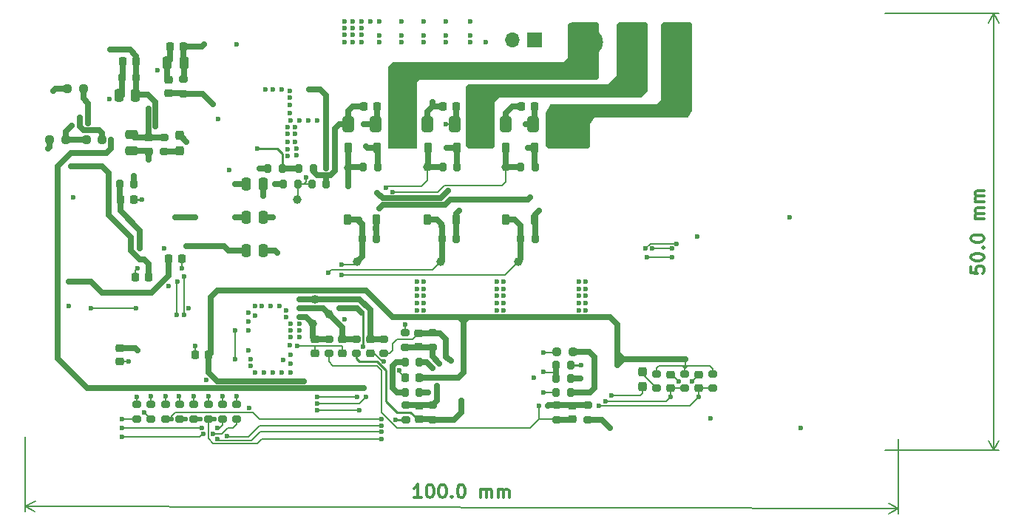
<source format=gbr>
%TF.GenerationSoftware,KiCad,Pcbnew,8.0.3-rc1*%
%TF.CreationDate,2024-06-29T16:34:31+08:00*%
%TF.ProjectId,MC_G431C8,4d435f47-3433-4314-9338-2e6b69636164,rev?*%
%TF.SameCoordinates,Original*%
%TF.FileFunction,Copper,L4,Bot*%
%TF.FilePolarity,Positive*%
%FSLAX46Y46*%
G04 Gerber Fmt 4.6, Leading zero omitted, Abs format (unit mm)*
G04 Created by KiCad (PCBNEW 8.0.3-rc1) date 2024-06-29 16:34:31*
%MOMM*%
%LPD*%
G01*
G04 APERTURE LIST*
G04 Aperture macros list*
%AMRoundRect*
0 Rectangle with rounded corners*
0 $1 Rounding radius*
0 $2 $3 $4 $5 $6 $7 $8 $9 X,Y pos of 4 corners*
0 Add a 4 corners polygon primitive as box body*
4,1,4,$2,$3,$4,$5,$6,$7,$8,$9,$2,$3,0*
0 Add four circle primitives for the rounded corners*
1,1,$1+$1,$2,$3*
1,1,$1+$1,$4,$5*
1,1,$1+$1,$6,$7*
1,1,$1+$1,$8,$9*
0 Add four rect primitives between the rounded corners*
20,1,$1+$1,$2,$3,$4,$5,0*
20,1,$1+$1,$4,$5,$6,$7,0*
20,1,$1+$1,$6,$7,$8,$9,0*
20,1,$1+$1,$8,$9,$2,$3,0*%
G04 Aperture macros list end*
%ADD10C,0.300000*%
%TA.AperFunction,NonConductor*%
%ADD11C,0.300000*%
%TD*%
%TA.AperFunction,NonConductor*%
%ADD12C,0.200000*%
%TD*%
%TA.AperFunction,ComponentPad*%
%ADD13R,3.000000X3.000000*%
%TD*%
%TA.AperFunction,ComponentPad*%
%ADD14C,3.000000*%
%TD*%
%TA.AperFunction,ComponentPad*%
%ADD15R,1.700000X1.700000*%
%TD*%
%TA.AperFunction,ComponentPad*%
%ADD16O,1.700000X1.700000*%
%TD*%
%TA.AperFunction,SMDPad,CuDef*%
%ADD17C,1.000000*%
%TD*%
%TA.AperFunction,SMDPad,CuDef*%
%ADD18RoundRect,0.200000X0.275000X-0.200000X0.275000X0.200000X-0.275000X0.200000X-0.275000X-0.200000X0*%
%TD*%
%TA.AperFunction,SMDPad,CuDef*%
%ADD19RoundRect,0.225000X0.250000X-0.225000X0.250000X0.225000X-0.250000X0.225000X-0.250000X-0.225000X0*%
%TD*%
%TA.AperFunction,SMDPad,CuDef*%
%ADD20RoundRect,0.250000X-0.475000X0.250000X-0.475000X-0.250000X0.475000X-0.250000X0.475000X0.250000X0*%
%TD*%
%TA.AperFunction,SMDPad,CuDef*%
%ADD21RoundRect,0.250000X0.250000X0.475000X-0.250000X0.475000X-0.250000X-0.475000X0.250000X-0.475000X0*%
%TD*%
%TA.AperFunction,SMDPad,CuDef*%
%ADD22RoundRect,0.200000X-0.275000X0.200000X-0.275000X-0.200000X0.275000X-0.200000X0.275000X0.200000X0*%
%TD*%
%TA.AperFunction,SMDPad,CuDef*%
%ADD23RoundRect,0.225000X-0.225000X-0.250000X0.225000X-0.250000X0.225000X0.250000X-0.225000X0.250000X0*%
%TD*%
%TA.AperFunction,SMDPad,CuDef*%
%ADD24RoundRect,0.200000X0.200000X0.275000X-0.200000X0.275000X-0.200000X-0.275000X0.200000X-0.275000X0*%
%TD*%
%TA.AperFunction,SMDPad,CuDef*%
%ADD25RoundRect,0.250000X-0.412500X-0.650000X0.412500X-0.650000X0.412500X0.650000X-0.412500X0.650000X0*%
%TD*%
%TA.AperFunction,SMDPad,CuDef*%
%ADD26RoundRect,0.225000X-0.225000X-0.375000X0.225000X-0.375000X0.225000X0.375000X-0.225000X0.375000X0*%
%TD*%
%TA.AperFunction,SMDPad,CuDef*%
%ADD27RoundRect,0.237500X-0.250000X-0.237500X0.250000X-0.237500X0.250000X0.237500X-0.250000X0.237500X0*%
%TD*%
%TA.AperFunction,SMDPad,CuDef*%
%ADD28RoundRect,0.225000X-0.250000X0.225000X-0.250000X-0.225000X0.250000X-0.225000X0.250000X0.225000X0*%
%TD*%
%TA.AperFunction,SMDPad,CuDef*%
%ADD29RoundRect,0.225000X0.225000X0.250000X-0.225000X0.250000X-0.225000X-0.250000X0.225000X-0.250000X0*%
%TD*%
%TA.AperFunction,SMDPad,CuDef*%
%ADD30RoundRect,0.237500X0.237500X-0.287500X0.237500X0.287500X-0.237500X0.287500X-0.237500X-0.287500X0*%
%TD*%
%TA.AperFunction,SMDPad,CuDef*%
%ADD31RoundRect,0.200000X-0.200000X-0.275000X0.200000X-0.275000X0.200000X0.275000X-0.200000X0.275000X0*%
%TD*%
%TA.AperFunction,SMDPad,CuDef*%
%ADD32RoundRect,0.237500X0.250000X0.237500X-0.250000X0.237500X-0.250000X-0.237500X0.250000X-0.237500X0*%
%TD*%
%TA.AperFunction,SMDPad,CuDef*%
%ADD33RoundRect,0.237500X-0.237500X0.287500X-0.237500X-0.287500X0.237500X-0.287500X0.237500X0.287500X0*%
%TD*%
%TA.AperFunction,ViaPad*%
%ADD34C,0.600000*%
%TD*%
%TA.AperFunction,Conductor*%
%ADD35C,0.200000*%
%TD*%
%TA.AperFunction,Conductor*%
%ADD36C,0.635000*%
%TD*%
%TA.AperFunction,Conductor*%
%ADD37C,0.254000*%
%TD*%
%TA.AperFunction,Conductor*%
%ADD38C,0.127000*%
%TD*%
G04 APERTURE END LIST*
D10*
D11*
X213796328Y-89060999D02*
X213796328Y-89775285D01*
X213796328Y-89775285D02*
X214510614Y-89846713D01*
X214510614Y-89846713D02*
X214439185Y-89775285D01*
X214439185Y-89775285D02*
X214367757Y-89632428D01*
X214367757Y-89632428D02*
X214367757Y-89275285D01*
X214367757Y-89275285D02*
X214439185Y-89132428D01*
X214439185Y-89132428D02*
X214510614Y-89060999D01*
X214510614Y-89060999D02*
X214653471Y-88989570D01*
X214653471Y-88989570D02*
X215010614Y-88989570D01*
X215010614Y-88989570D02*
X215153471Y-89060999D01*
X215153471Y-89060999D02*
X215224900Y-89132428D01*
X215224900Y-89132428D02*
X215296328Y-89275285D01*
X215296328Y-89275285D02*
X215296328Y-89632428D01*
X215296328Y-89632428D02*
X215224900Y-89775285D01*
X215224900Y-89775285D02*
X215153471Y-89846713D01*
X213796328Y-88060999D02*
X213796328Y-87918142D01*
X213796328Y-87918142D02*
X213867757Y-87775285D01*
X213867757Y-87775285D02*
X213939185Y-87703857D01*
X213939185Y-87703857D02*
X214082042Y-87632428D01*
X214082042Y-87632428D02*
X214367757Y-87560999D01*
X214367757Y-87560999D02*
X214724900Y-87560999D01*
X214724900Y-87560999D02*
X215010614Y-87632428D01*
X215010614Y-87632428D02*
X215153471Y-87703857D01*
X215153471Y-87703857D02*
X215224900Y-87775285D01*
X215224900Y-87775285D02*
X215296328Y-87918142D01*
X215296328Y-87918142D02*
X215296328Y-88060999D01*
X215296328Y-88060999D02*
X215224900Y-88203857D01*
X215224900Y-88203857D02*
X215153471Y-88275285D01*
X215153471Y-88275285D02*
X215010614Y-88346714D01*
X215010614Y-88346714D02*
X214724900Y-88418142D01*
X214724900Y-88418142D02*
X214367757Y-88418142D01*
X214367757Y-88418142D02*
X214082042Y-88346714D01*
X214082042Y-88346714D02*
X213939185Y-88275285D01*
X213939185Y-88275285D02*
X213867757Y-88203857D01*
X213867757Y-88203857D02*
X213796328Y-88060999D01*
X215153471Y-86918143D02*
X215224900Y-86846714D01*
X215224900Y-86846714D02*
X215296328Y-86918143D01*
X215296328Y-86918143D02*
X215224900Y-86989571D01*
X215224900Y-86989571D02*
X215153471Y-86918143D01*
X215153471Y-86918143D02*
X215296328Y-86918143D01*
X213796328Y-85918142D02*
X213796328Y-85775285D01*
X213796328Y-85775285D02*
X213867757Y-85632428D01*
X213867757Y-85632428D02*
X213939185Y-85561000D01*
X213939185Y-85561000D02*
X214082042Y-85489571D01*
X214082042Y-85489571D02*
X214367757Y-85418142D01*
X214367757Y-85418142D02*
X214724900Y-85418142D01*
X214724900Y-85418142D02*
X215010614Y-85489571D01*
X215010614Y-85489571D02*
X215153471Y-85561000D01*
X215153471Y-85561000D02*
X215224900Y-85632428D01*
X215224900Y-85632428D02*
X215296328Y-85775285D01*
X215296328Y-85775285D02*
X215296328Y-85918142D01*
X215296328Y-85918142D02*
X215224900Y-86061000D01*
X215224900Y-86061000D02*
X215153471Y-86132428D01*
X215153471Y-86132428D02*
X215010614Y-86203857D01*
X215010614Y-86203857D02*
X214724900Y-86275285D01*
X214724900Y-86275285D02*
X214367757Y-86275285D01*
X214367757Y-86275285D02*
X214082042Y-86203857D01*
X214082042Y-86203857D02*
X213939185Y-86132428D01*
X213939185Y-86132428D02*
X213867757Y-86061000D01*
X213867757Y-86061000D02*
X213796328Y-85918142D01*
X215296328Y-83632429D02*
X214296328Y-83632429D01*
X214439185Y-83632429D02*
X214367757Y-83561000D01*
X214367757Y-83561000D02*
X214296328Y-83418143D01*
X214296328Y-83418143D02*
X214296328Y-83203857D01*
X214296328Y-83203857D02*
X214367757Y-83061000D01*
X214367757Y-83061000D02*
X214510614Y-82989572D01*
X214510614Y-82989572D02*
X215296328Y-82989572D01*
X214510614Y-82989572D02*
X214367757Y-82918143D01*
X214367757Y-82918143D02*
X214296328Y-82775286D01*
X214296328Y-82775286D02*
X214296328Y-82561000D01*
X214296328Y-82561000D02*
X214367757Y-82418143D01*
X214367757Y-82418143D02*
X214510614Y-82346714D01*
X214510614Y-82346714D02*
X215296328Y-82346714D01*
X215296328Y-81632429D02*
X214296328Y-81632429D01*
X214439185Y-81632429D02*
X214367757Y-81561000D01*
X214367757Y-81561000D02*
X214296328Y-81418143D01*
X214296328Y-81418143D02*
X214296328Y-81203857D01*
X214296328Y-81203857D02*
X214367757Y-81061000D01*
X214367757Y-81061000D02*
X214510614Y-80989572D01*
X214510614Y-80989572D02*
X215296328Y-80989572D01*
X214510614Y-80989572D02*
X214367757Y-80918143D01*
X214367757Y-80918143D02*
X214296328Y-80775286D01*
X214296328Y-80775286D02*
X214296328Y-80561000D01*
X214296328Y-80561000D02*
X214367757Y-80418143D01*
X214367757Y-80418143D02*
X214510614Y-80346714D01*
X214510614Y-80346714D02*
X215296328Y-80346714D01*
D12*
X203964000Y-110080000D02*
X217004420Y-110080000D01*
X203964000Y-60042000D02*
X217004420Y-60042000D01*
X216418000Y-110080000D02*
X216418000Y-60042000D01*
X216418000Y-110080000D02*
X216418000Y-60042000D01*
X216418000Y-110080000D02*
X215831579Y-108953496D01*
X216418000Y-110080000D02*
X217004421Y-108953496D01*
X216418000Y-60042000D02*
X217004421Y-61168504D01*
X216418000Y-60042000D02*
X215831579Y-61168504D01*
D10*
D11*
X150849037Y-115529727D02*
X149991897Y-115527823D01*
X150420467Y-115528775D02*
X150423799Y-114028778D01*
X150423799Y-114028778D02*
X150280466Y-114242746D01*
X150280466Y-114242746D02*
X150137292Y-114385286D01*
X150137292Y-114385286D02*
X149994277Y-114456397D01*
X151780938Y-114031793D02*
X151923795Y-114032110D01*
X151923795Y-114032110D02*
X152066493Y-114103856D01*
X152066493Y-114103856D02*
X152137763Y-114175443D01*
X152137763Y-114175443D02*
X152208874Y-114318458D01*
X152208874Y-114318458D02*
X152279667Y-114604331D01*
X152279667Y-114604331D02*
X152278874Y-114961473D01*
X152278874Y-114961473D02*
X152206811Y-115247028D01*
X152206811Y-115247028D02*
X152135065Y-115389726D01*
X152135065Y-115389726D02*
X152063478Y-115460995D01*
X152063478Y-115460995D02*
X151920463Y-115532107D01*
X151920463Y-115532107D02*
X151777606Y-115531789D01*
X151777606Y-115531789D02*
X151634908Y-115460044D01*
X151634908Y-115460044D02*
X151563638Y-115388456D01*
X151563638Y-115388456D02*
X151492527Y-115245441D01*
X151492527Y-115245441D02*
X151421733Y-114959569D01*
X151421733Y-114959569D02*
X151422527Y-114602427D01*
X151422527Y-114602427D02*
X151494590Y-114316872D01*
X151494590Y-114316872D02*
X151566335Y-114174174D01*
X151566335Y-114174174D02*
X151637922Y-114102904D01*
X151637922Y-114102904D02*
X151780938Y-114031793D01*
X153209505Y-114034966D02*
X153352362Y-114035283D01*
X153352362Y-114035283D02*
X153495060Y-114107029D01*
X153495060Y-114107029D02*
X153566330Y-114178616D01*
X153566330Y-114178616D02*
X153637441Y-114321632D01*
X153637441Y-114321632D02*
X153708235Y-114607504D01*
X153708235Y-114607504D02*
X153707442Y-114964646D01*
X153707442Y-114964646D02*
X153635379Y-115250201D01*
X153635379Y-115250201D02*
X153563633Y-115392899D01*
X153563633Y-115392899D02*
X153492046Y-115464169D01*
X153492046Y-115464169D02*
X153349030Y-115535280D01*
X153349030Y-115535280D02*
X153206174Y-115534962D01*
X153206174Y-115534962D02*
X153063475Y-115463217D01*
X153063475Y-115463217D02*
X152992206Y-115391630D01*
X152992206Y-115391630D02*
X152921095Y-115248614D01*
X152921095Y-115248614D02*
X152850301Y-114962742D01*
X152850301Y-114962742D02*
X152851094Y-114605600D01*
X152851094Y-114605600D02*
X152923157Y-114320045D01*
X152923157Y-114320045D02*
X152994903Y-114177347D01*
X152994903Y-114177347D02*
X153066490Y-114106077D01*
X153066490Y-114106077D02*
X153209505Y-114034966D01*
X154349345Y-115394644D02*
X154420615Y-115466231D01*
X154420615Y-115466231D02*
X154349027Y-115537501D01*
X154349027Y-115537501D02*
X154277758Y-115465914D01*
X154277758Y-115465914D02*
X154349345Y-115394644D01*
X154349345Y-115394644D02*
X154349027Y-115537501D01*
X155352357Y-114039726D02*
X155495214Y-114040043D01*
X155495214Y-114040043D02*
X155637912Y-114111789D01*
X155637912Y-114111789D02*
X155709182Y-114183376D01*
X155709182Y-114183376D02*
X155780293Y-114326391D01*
X155780293Y-114326391D02*
X155851087Y-114612264D01*
X155851087Y-114612264D02*
X155850293Y-114969406D01*
X155850293Y-114969406D02*
X155778230Y-115254960D01*
X155778230Y-115254960D02*
X155706485Y-115397659D01*
X155706485Y-115397659D02*
X155634898Y-115468928D01*
X155634898Y-115468928D02*
X155491882Y-115540039D01*
X155491882Y-115540039D02*
X155349025Y-115539722D01*
X155349025Y-115539722D02*
X155206327Y-115467976D01*
X155206327Y-115467976D02*
X155135057Y-115396389D01*
X155135057Y-115396389D02*
X155063946Y-115253374D01*
X155063946Y-115253374D02*
X154993153Y-114967502D01*
X154993153Y-114967502D02*
X154993946Y-114610360D01*
X154993946Y-114610360D02*
X155066009Y-114324805D01*
X155066009Y-114324805D02*
X155137755Y-114182107D01*
X155137755Y-114182107D02*
X155209342Y-114110837D01*
X155209342Y-114110837D02*
X155352357Y-114039726D01*
X157634733Y-115544799D02*
X157636955Y-114544802D01*
X157636637Y-114687658D02*
X157708224Y-114616389D01*
X157708224Y-114616389D02*
X157851240Y-114545278D01*
X157851240Y-114545278D02*
X158065525Y-114545754D01*
X158065525Y-114545754D02*
X158208223Y-114617499D01*
X158208223Y-114617499D02*
X158279334Y-114760515D01*
X158279334Y-114760515D02*
X158277589Y-115546227D01*
X158279334Y-114760515D02*
X158351080Y-114617817D01*
X158351080Y-114617817D02*
X158494095Y-114546705D01*
X158494095Y-114546705D02*
X158708380Y-114547181D01*
X158708380Y-114547181D02*
X158851079Y-114618927D01*
X158851079Y-114618927D02*
X158922190Y-114761943D01*
X158922190Y-114761943D02*
X158920444Y-115547655D01*
X159634728Y-115549241D02*
X159636950Y-114549244D01*
X159636632Y-114692101D02*
X159708219Y-114620831D01*
X159708219Y-114620831D02*
X159851235Y-114549720D01*
X159851235Y-114549720D02*
X160065520Y-114550196D01*
X160065520Y-114550196D02*
X160208218Y-114621942D01*
X160208218Y-114621942D02*
X160279329Y-114764957D01*
X160279329Y-114764957D02*
X160277584Y-115550669D01*
X160279329Y-114764957D02*
X160351075Y-114622259D01*
X160351075Y-114622259D02*
X160494090Y-114551148D01*
X160494090Y-114551148D02*
X160708376Y-114551624D01*
X160708376Y-114551624D02*
X160851074Y-114623370D01*
X160851074Y-114623370D02*
X160922185Y-114766385D01*
X160922185Y-114766385D02*
X160920440Y-115552097D01*
D12*
X205494889Y-108801999D02*
X205475882Y-117359161D01*
X105519302Y-108579933D02*
X105500295Y-117137095D01*
X205477185Y-116772742D02*
X105501598Y-116550676D01*
X205477185Y-116772742D02*
X105501598Y-116550676D01*
X205477185Y-116772742D02*
X204349381Y-117356659D01*
X205477185Y-116772742D02*
X204351987Y-116183821D01*
X105501598Y-116550676D02*
X106629402Y-115966759D01*
X105501598Y-116550676D02*
X106626796Y-117139597D01*
D13*
%TO.P,J5,1,Pin_1*%
%TO.N,/Driver/W*%
X180350000Y-63344000D03*
D14*
%TO.P,J5,2,Pin_2*%
%TO.N,/Driver/V*%
X175270000Y-63344000D03*
%TO.P,J5,3,Pin_3*%
%TO.N,/Driver/U*%
X170190000Y-63344000D03*
%TD*%
D15*
%TO.P,J1,1,Pin_1*%
%TO.N,GND*%
X163840000Y-63090000D03*
D16*
%TO.P,J1,2,Pin_2*%
%TO.N,+24V*%
X161300000Y-63090000D03*
%TD*%
D17*
%TO.P,TP18,1,1*%
%TO.N,/Driver/V_CHN*%
X153045000Y-88490000D03*
%TD*%
D18*
%TO.P,R41,1*%
%TO.N,Net-(U3A--)*%
X152095500Y-98296063D03*
%TO.P,R41,2*%
%TO.N,Net-(C33-Pad2)*%
X152095500Y-96646063D03*
%TD*%
D19*
%TO.P,C38,1*%
%TO.N,GND*%
X141843600Y-98961000D03*
%TO.P,C38,2*%
%TO.N,/OP_I_V*%
X141843600Y-97411000D03*
%TD*%
D20*
%TO.P,C6,1*%
%TO.N,+3V3*%
X117654706Y-73915000D03*
%TO.P,C6,2*%
%TO.N,GND*%
X117654706Y-75815000D03*
%TD*%
D21*
%TO.P,C13,1*%
%TO.N,+12V*%
X123649535Y-65766043D03*
%TO.P,C13,2*%
%TO.N,GND*%
X121749535Y-65766043D03*
%TD*%
D22*
%TO.P,R14,1*%
%TO.N,+3V3*%
X184243615Y-101368000D03*
%TO.P,R14,2*%
%TO.N,/RST*%
X184243615Y-103018000D03*
%TD*%
D23*
%TO.P,C26,1*%
%TO.N,+24V*%
X153336800Y-70746693D03*
%TO.P,C26,2*%
%TO.N,GND*%
X154886800Y-70746693D03*
%TD*%
D24*
%TO.P,R4,1*%
%TO.N,Net-(U5-EN)*%
X134947000Y-77822000D03*
%TO.P,R4,2*%
%TO.N,GND*%
X133297000Y-77822000D03*
%TD*%
D18*
%TO.P,R45,1*%
%TO.N,GND*%
X149047500Y-106606000D03*
%TO.P,R45,2*%
%TO.N,Net-(U3B-+)*%
X149047500Y-104956000D03*
%TD*%
%TO.P,R55,1*%
%TO.N,/SWCLK*%
X119919857Y-106524000D03*
%TO.P,R55,2*%
%TO.N,Net-(U1-PA14)*%
X119919857Y-104874000D03*
%TD*%
D17*
%TO.P,TP16,1,1*%
%TO.N,/Driver/W_CH*%
X160491922Y-77706614D03*
%TD*%
%TO.P,TP6,1,1*%
%TO.N,/OP_I_V*%
X140270886Y-94493844D03*
%TD*%
%TO.P,TP14,1,1*%
%TO.N,/Driver/U_CH*%
X142504000Y-77739000D03*
%TD*%
D24*
%TO.P,R30,1*%
%TO.N,Net-(D12-A)*%
X163903000Y-77651000D03*
%TO.P,R30,2*%
%TO.N,/Driver/W_CH*%
X162253000Y-77651000D03*
%TD*%
D19*
%TO.P,C33,1*%
%TO.N,Net-(U3A--)*%
X150518888Y-98243612D03*
%TO.P,C33,2*%
%TO.N,Net-(C33-Pad2)*%
X150518888Y-96693612D03*
%TD*%
D25*
%TO.P,C27,1*%
%TO.N,+24V*%
X142481500Y-72742000D03*
%TO.P,C27,2*%
%TO.N,GND*%
X145606500Y-72742000D03*
%TD*%
D26*
%TO.P,D13,1,K*%
%TO.N,/Driver/W_CHN*%
X160554340Y-83664000D03*
%TO.P,D13,2,A*%
%TO.N,Net-(D13-A)*%
X163854340Y-83664000D03*
%TD*%
D19*
%TO.P,C16,1*%
%TO.N,+3V3*%
X116342000Y-99933000D03*
%TO.P,C16,2*%
%TO.N,GND*%
X116342000Y-98383000D03*
%TD*%
D17*
%TO.P,TP15,1,1*%
%TO.N,/Driver/V_CH*%
X151523959Y-77686121D03*
%TD*%
D27*
%TO.P,R1,1*%
%TO.N,+3.3VADC*%
X108317500Y-74520000D03*
%TO.P,R1,2*%
%TO.N,Net-(U4-REF)*%
X110142500Y-74520000D03*
%TD*%
D18*
%TO.P,R37,1*%
%TO.N,GND*%
X169875500Y-106606000D03*
%TO.P,R37,2*%
%TO.N,Net-(U3C-+)*%
X169875500Y-104956000D03*
%TD*%
D28*
%TO.P,C37,1*%
%TO.N,Net-(U3B-+)*%
X150571500Y-105006000D03*
%TO.P,C37,2*%
%TO.N,Net-(C37-Pad2)*%
X150571500Y-106556000D03*
%TD*%
D18*
%TO.P,R49,1*%
%TO.N,/DEBUG_RX*%
X129717000Y-106524000D03*
%TO.P,R49,2*%
%TO.N,Net-(U1-PB7)*%
X129717000Y-104874000D03*
%TD*%
D22*
%TO.P,R39,1*%
%TO.N,GND*%
X148970349Y-96633476D03*
%TO.P,R39,2*%
%TO.N,Net-(U3A--)*%
X148970349Y-98283476D03*
%TD*%
D24*
%TO.P,R35,1*%
%TO.N,+3V3*%
X167943763Y-100351060D03*
%TO.P,R35,2*%
%TO.N,Net-(U3D-+)*%
X166293763Y-100351060D03*
%TD*%
D26*
%TO.P,D12,1,K*%
%TO.N,/Driver/W_CH*%
X160558000Y-75453000D03*
%TO.P,D12,2,A*%
%TO.N,Net-(D12-A)*%
X163858000Y-75453000D03*
%TD*%
%TO.P,D10,1,K*%
%TO.N,/Driver/V_CH*%
X151591800Y-75489693D03*
%TO.P,D10,2,A*%
%TO.N,Net-(D10-A)*%
X154891800Y-75489693D03*
%TD*%
D29*
%TO.P,C18,1*%
%TO.N,+3.3VADC*%
X119657000Y-90268000D03*
%TO.P,C18,2*%
%TO.N,GND*%
X118107000Y-90268000D03*
%TD*%
%TO.P,C32,1*%
%TO.N,+3V3*%
X150571500Y-101780000D03*
%TO.P,C32,2*%
%TO.N,GND*%
X149021500Y-101780000D03*
%TD*%
D26*
%TO.P,D11,1,K*%
%TO.N,/Driver/V_CHN*%
X151522000Y-83664000D03*
%TO.P,D11,2,A*%
%TO.N,Net-(D11-A)*%
X154822000Y-83664000D03*
%TD*%
D19*
%TO.P,C36,1*%
%TO.N,GND*%
X138694000Y-98961000D03*
%TO.P,C36,2*%
%TO.N,/OP_I_W*%
X138694000Y-97411000D03*
%TD*%
D30*
%TO.P,D1,1,K*%
%TO.N,/LED_01*%
X176165540Y-102853000D03*
%TO.P,D1,2,A*%
%TO.N,Net-(D1-A)*%
X176165540Y-101103000D03*
%TD*%
D22*
%TO.P,R47,1*%
%TO.N,Net-(U3B-+)*%
X152095500Y-104956000D03*
%TO.P,R47,2*%
%TO.N,Net-(C37-Pad2)*%
X152095500Y-106606000D03*
%TD*%
D24*
%TO.P,R20,1*%
%TO.N,Net-(D9-A)*%
X145869000Y-77651000D03*
%TO.P,R20,2*%
%TO.N,/Driver/U_CH*%
X144219000Y-77651000D03*
%TD*%
D21*
%TO.P,C22,1*%
%TO.N,/Driver/U*%
X132720000Y-79600000D03*
%TO.P,C22,2*%
%TO.N,Net-(D2-K)*%
X130820000Y-79600000D03*
%TD*%
D23*
%TO.P,C31,1*%
%TO.N,+24V*%
X162303000Y-70710000D03*
%TO.P,C31,2*%
%TO.N,GND*%
X163853000Y-70710000D03*
%TD*%
D17*
%TO.P,TP5,1,1*%
%TO.N,/OP_I_W*%
X138440000Y-95602000D03*
%TD*%
D18*
%TO.P,R2,1*%
%TO.N,Net-(D4-A)*%
X121408234Y-75910000D03*
%TO.P,R2,2*%
%TO.N,+3V3*%
X121408234Y-74260000D03*
%TD*%
%TO.P,R15,1*%
%TO.N,Net-(D1-A)*%
X177813155Y-103018000D03*
%TO.P,R15,2*%
%TO.N,+3V3*%
X177813155Y-101368000D03*
%TD*%
D17*
%TO.P,TP19,1,1*%
%TO.N,/Driver/W_CHN*%
X161935000Y-88490000D03*
%TD*%
D26*
%TO.P,D9,1,K*%
%TO.N,/Driver/U_CH*%
X142524000Y-75453000D03*
%TO.P,D9,2,A*%
%TO.N,Net-(D9-A)*%
X145824000Y-75453000D03*
%TD*%
D31*
%TO.P,R36,1*%
%TO.N,Net-(U3D-+)*%
X166293763Y-101875060D03*
%TO.P,R36,2*%
%TO.N,GND*%
X167943763Y-101875060D03*
%TD*%
D24*
%TO.P,R16,1*%
%TO.N,+24V*%
X139964000Y-79600000D03*
%TO.P,R16,2*%
%TO.N,/ADC_VBUS*%
X138314000Y-79600000D03*
%TD*%
D27*
%TO.P,R12,1*%
%TO.N,+5V*%
X110318260Y-68722330D03*
%TO.P,R12,2*%
%TO.N,Net-(Q1-B)*%
X112143260Y-68722330D03*
%TD*%
D23*
%TO.P,C29,1*%
%TO.N,+24V*%
X144269000Y-70710000D03*
%TO.P,C29,2*%
%TO.N,GND*%
X145819000Y-70710000D03*
%TD*%
D27*
%TO.P,R11,1*%
%TO.N,Net-(U4-REF)*%
X112485000Y-74520000D03*
%TO.P,R11,2*%
%TO.N,GND*%
X114310000Y-74520000D03*
%TD*%
D29*
%TO.P,C17,1*%
%TO.N,+3V3*%
X126515000Y-99158000D03*
%TO.P,C17,2*%
%TO.N,GND*%
X124965000Y-99158000D03*
%TD*%
D21*
%TO.P,C25,1*%
%TO.N,/Driver/W*%
X132720000Y-87220000D03*
%TO.P,C25,2*%
%TO.N,Net-(D7-K)*%
X130820000Y-87220000D03*
%TD*%
D17*
%TO.P,TP4,1,1*%
%TO.N,/ADC_VBUS*%
X136662000Y-81378000D03*
%TD*%
D24*
%TO.P,R3,1*%
%TO.N,+24V*%
X138503000Y-77822000D03*
%TO.P,R3,2*%
%TO.N,Net-(U5-EN)*%
X136853000Y-77822000D03*
%TD*%
D18*
%TO.P,R53,1*%
%TO.N,/SPI1_CLK*%
X123185571Y-106524000D03*
%TO.P,R53,2*%
%TO.N,Net-(U1-PB3)*%
X123185571Y-104874000D03*
%TD*%
%TO.P,R44,1*%
%TO.N,Net-(U3C-11)*%
X140268800Y-99011000D03*
%TO.P,R44,2*%
%TO.N,/OP_I_W*%
X140268800Y-97361000D03*
%TD*%
D28*
%TO.P,C35,1*%
%TO.N,Net-(U3C-+)*%
X168122131Y-105006000D03*
%TO.P,C35,2*%
%TO.N,Net-(U3C-11)*%
X168122131Y-106556000D03*
%TD*%
D18*
%TO.P,R42,1*%
%TO.N,Net-(C33-Pad2)*%
X146568000Y-99011000D03*
%TO.P,R42,2*%
%TO.N,/OP_I_U*%
X146568000Y-97361000D03*
%TD*%
D24*
%TO.P,R7,1*%
%TO.N,+5V*%
X118217781Y-67425705D03*
%TO.P,R7,2*%
%TO.N,GND*%
X116567781Y-67425705D03*
%TD*%
D18*
%TO.P,R50,1*%
%TO.N,/DEBUG_TX*%
X128084142Y-106524000D03*
%TO.P,R50,2*%
%TO.N,Net-(U1-PB6)*%
X128084142Y-104874000D03*
%TD*%
D28*
%TO.P,C5,1*%
%TO.N,+3V3*%
X119656470Y-74310000D03*
%TO.P,C5,2*%
%TO.N,GND*%
X119656470Y-75860000D03*
%TD*%
D29*
%TO.P,C8,1*%
%TO.N,+5V*%
X118226134Y-65537293D03*
%TO.P,C8,2*%
%TO.N,GND*%
X116676134Y-65537293D03*
%TD*%
D21*
%TO.P,C23,1*%
%TO.N,/Driver/V*%
X132720000Y-83410000D03*
%TO.P,C23,2*%
%TO.N,Net-(D6-K)*%
X130820000Y-83410000D03*
%TD*%
D29*
%TO.P,C12,1*%
%TO.N,+12V*%
X123639913Y-63886586D03*
%TO.P,C12,2*%
%TO.N,GND*%
X122089913Y-63886586D03*
%TD*%
D18*
%TO.P,R54,1*%
%TO.N,/SPI1_CS*%
X121552714Y-106524000D03*
%TO.P,R54,2*%
%TO.N,Net-(U1-PA15)*%
X121552714Y-104874000D03*
%TD*%
D21*
%TO.P,C9,1*%
%TO.N,+5V*%
X118120000Y-69440000D03*
%TO.P,C9,2*%
%TO.N,GND*%
X116220000Y-69440000D03*
%TD*%
D24*
%TO.P,R25,1*%
%TO.N,Net-(D11-A)*%
X154867000Y-85906000D03*
%TO.P,R25,2*%
%TO.N,/Driver/V_CHN*%
X153217000Y-85906000D03*
%TD*%
%TO.P,R18,1*%
%TO.N,+12V*%
X117967331Y-79626494D03*
%TO.P,R18,2*%
%TO.N,Net-(U2-VCC)*%
X116317331Y-79626494D03*
%TD*%
D31*
%TO.P,R38,1*%
%TO.N,Vref*%
X148971500Y-100002000D03*
%TO.P,R38,2*%
%TO.N,/Driver/i_u*%
X150621500Y-100002000D03*
%TD*%
D19*
%TO.P,C15,1*%
%TO.N,Net-(C14-Pad1)*%
X121940000Y-69205000D03*
%TO.P,C15,2*%
%TO.N,GND*%
X121940000Y-67655000D03*
%TD*%
D32*
%TO.P,R29,1*%
%TO.N,Vref*%
X168201263Y-98827060D03*
%TO.P,R29,2*%
%TO.N,Net-(U3D--)*%
X166376263Y-98827060D03*
%TD*%
D29*
%TO.P,C24,1*%
%TO.N,GND*%
X117917331Y-81360833D03*
%TO.P,C24,2*%
%TO.N,Net-(U2-VCC)*%
X116367331Y-81360833D03*
%TD*%
D24*
%TO.P,R24,1*%
%TO.N,Net-(D10-A)*%
X154936800Y-77687693D03*
%TO.P,R24,2*%
%TO.N,/Driver/V_CH*%
X153286800Y-77687693D03*
%TD*%
D18*
%TO.P,R56,1*%
%TO.N,/SWDIO*%
X118287000Y-106524000D03*
%TO.P,R56,2*%
%TO.N,Net-(U1-PA13)*%
X118287000Y-104874000D03*
%TD*%
D24*
%TO.P,R31,1*%
%TO.N,Net-(D13-A)*%
X163899340Y-85906000D03*
%TO.P,R31,2*%
%TO.N,/Driver/W_CHN*%
X162249340Y-85906000D03*
%TD*%
D23*
%TO.P,C19,1*%
%TO.N,+3V3*%
X121904000Y-88204000D03*
%TO.P,C19,2*%
%TO.N,GND*%
X123454000Y-88204000D03*
%TD*%
D22*
%TO.P,R43,1*%
%TO.N,Net-(U3C-+)*%
X166368763Y-104956000D03*
%TO.P,R43,2*%
%TO.N,Net-(U3C-11)*%
X166368763Y-106606000D03*
%TD*%
D18*
%TO.P,R51,1*%
%TO.N,/SPI1_MOSI*%
X126451285Y-106524000D03*
%TO.P,R51,2*%
%TO.N,Net-(U1-PB5)*%
X126451285Y-104874000D03*
%TD*%
D31*
%TO.P,R46,1*%
%TO.N,Vref*%
X148976378Y-103478775D03*
%TO.P,R46,2*%
%TO.N,/Driver/i_v*%
X150626378Y-103478775D03*
%TD*%
D22*
%TO.P,R13,1*%
%TO.N,+3V3*%
X181028385Y-101368000D03*
%TO.P,R13,2*%
%TO.N,/KEY_01*%
X181028385Y-103018000D03*
%TD*%
D17*
%TO.P,TP17,1,1*%
%TO.N,/Driver/U_CHN*%
X143520000Y-88490000D03*
%TD*%
D24*
%TO.P,R17,1*%
%TO.N,/ADC_VBUS*%
X136725000Y-79600000D03*
%TO.P,R17,2*%
%TO.N,GND*%
X135075000Y-79600000D03*
%TD*%
D26*
%TO.P,D8,1,K*%
%TO.N,/Driver/U_CHN*%
X142378000Y-83664000D03*
%TO.P,D8,2,A*%
%TO.N,Net-(D8-A)*%
X145678000Y-83664000D03*
%TD*%
D25*
%TO.P,C28,1*%
%TO.N,+24V*%
X160515500Y-72742000D03*
%TO.P,C28,2*%
%TO.N,GND*%
X163640500Y-72742000D03*
%TD*%
D18*
%TO.P,R10,1*%
%TO.N,Net-(C14-Pad1)*%
X123635000Y-69255000D03*
%TO.P,R10,2*%
%TO.N,+12V*%
X123635000Y-67605000D03*
%TD*%
D25*
%TO.P,C30,1*%
%TO.N,+24V*%
X151549300Y-72778693D03*
%TO.P,C30,2*%
%TO.N,GND*%
X154674300Y-72778693D03*
%TD*%
D18*
%TO.P,R48,1*%
%TO.N,Net-(C37-Pad2)*%
X143418400Y-99011000D03*
%TO.P,R48,2*%
%TO.N,/OP_I_V*%
X143418400Y-97361000D03*
%TD*%
D19*
%TO.P,C34,1*%
%TO.N,GND*%
X144993200Y-98961000D03*
%TO.P,C34,2*%
%TO.N,/OP_I_U*%
X144993200Y-97411000D03*
%TD*%
%TO.P,C1,1*%
%TO.N,/KEY_01*%
X179420770Y-102968000D03*
%TO.P,C1,2*%
%TO.N,GND*%
X179420770Y-101418000D03*
%TD*%
D24*
%TO.P,R40,1*%
%TO.N,Vref*%
X167943763Y-103478775D03*
%TO.P,R40,2*%
%TO.N,/Driver/i_w*%
X166293763Y-103478775D03*
%TD*%
D33*
%TO.P,D4,1,K*%
%TO.N,GND*%
X123200000Y-74040000D03*
%TO.P,D4,2,A*%
%TO.N,Net-(D4-A)*%
X123200000Y-75790000D03*
%TD*%
D24*
%TO.P,R19,1*%
%TO.N,Net-(D8-A)*%
X145723000Y-85906000D03*
%TO.P,R19,2*%
%TO.N,/Driver/U_CHN*%
X144073000Y-85906000D03*
%TD*%
D17*
%TO.P,TP7,1,1*%
%TO.N,/OP_I_U*%
X138694000Y-92808000D03*
%TD*%
D19*
%TO.P,C2,1*%
%TO.N,/RST*%
X182636000Y-102968000D03*
%TO.P,C2,2*%
%TO.N,GND*%
X182636000Y-101418000D03*
%TD*%
D18*
%TO.P,R52,1*%
%TO.N,/SPI1_MISO*%
X124818428Y-106524000D03*
%TO.P,R52,2*%
%TO.N,Net-(U1-PB4)*%
X124818428Y-104874000D03*
%TD*%
D34*
%TO.N,/ADC_VBUS*%
X118183000Y-93868000D03*
X137678000Y-78838000D03*
X113059000Y-93824000D03*
%TO.N,/Driver/W_CH*%
X147584000Y-80509000D03*
%TO.N,/Driver/V_CH*%
X146785500Y-80071500D03*
%TO.N,/Driver/U_CH*%
X142504000Y-79854000D03*
%TO.N,/OP_I_W*%
X136916000Y-94840000D03*
%TO.N,/OP_I_V*%
X136916000Y-93824000D03*
%TO.N,/OP_I_U*%
X136916000Y-92808000D03*
%TO.N,+12V*%
X117967331Y-78685331D03*
X125994000Y-63598000D03*
%TO.N,+3V3*%
X126712000Y-97888000D03*
X119644000Y-70964000D03*
X110500000Y-90776000D03*
X173314940Y-100351060D03*
X151984000Y-101780000D03*
X181112000Y-99666000D03*
X113040000Y-90776000D03*
X117358000Y-99920000D03*
X137424000Y-102206000D03*
X169174000Y-100351060D03*
X121930000Y-89252000D03*
%TO.N,+3.3VADC*%
X110754000Y-77568000D03*
X119644000Y-89252000D03*
X108125790Y-75530080D03*
%TO.N,/Driver/U_CHN*%
X141742000Y-88828186D03*
%TO.N,/Driver/V_CHN*%
X140218000Y-89779000D03*
%TO.N,/Driver/W_CHN*%
X141742000Y-90014000D03*
%TO.N,/Driver/U*%
X148346000Y-74012000D03*
X147584000Y-74774000D03*
X149870000Y-74012000D03*
X147584000Y-72488000D03*
X149108000Y-72488000D03*
X149870000Y-71726000D03*
X149108000Y-73250000D03*
X132720000Y-80992000D03*
X148346000Y-71726000D03*
X149108000Y-74012000D03*
X148346000Y-74774000D03*
X149108000Y-71726000D03*
X147584000Y-74012000D03*
X149870000Y-74774000D03*
X149870000Y-72488000D03*
X149870000Y-73250000D03*
X147584000Y-73250000D03*
X148346000Y-73250000D03*
X148346000Y-72488000D03*
X147584000Y-71726000D03*
X149108000Y-74774000D03*
%TO.N,/Driver/V*%
X156982000Y-74012000D03*
X133868000Y-83410000D03*
X157871000Y-73250000D03*
X157913333Y-72488000D03*
X158760000Y-74012000D03*
X158760000Y-73250000D03*
X157871000Y-74774000D03*
X153934000Y-80362000D03*
X158844666Y-72488000D03*
X156982000Y-71726000D03*
X157871000Y-74012000D03*
X156982000Y-72488000D03*
X158844666Y-71726000D03*
X145806000Y-80616000D03*
X156982000Y-73250000D03*
X158760000Y-74774000D03*
X157913333Y-71726000D03*
X156982000Y-74774000D03*
%TO.N,/Driver/W*%
X168412000Y-74012000D03*
X167650000Y-72488000D03*
X169174000Y-74012000D03*
X167650000Y-73250000D03*
X167650000Y-74012000D03*
X166126000Y-72488000D03*
X166888000Y-71726000D03*
X166888000Y-74774000D03*
X169174000Y-73250000D03*
X168412000Y-73250000D03*
X163332000Y-81124000D03*
X167650000Y-74774000D03*
X134376000Y-87474000D03*
X169174000Y-72488000D03*
X168412000Y-72488000D03*
X166126000Y-73250000D03*
X166126000Y-71726000D03*
X166888000Y-73250000D03*
X168412000Y-74774000D03*
X166888000Y-72488000D03*
X166126000Y-74012000D03*
X169174000Y-74774000D03*
X166888000Y-74012000D03*
X146060000Y-82394000D03*
X166126000Y-74774000D03*
X167650000Y-71726000D03*
X168412000Y-71726000D03*
X169174000Y-71726000D03*
%TO.N,GND*%
X136535000Y-75536000D03*
X132852000Y-101190000D03*
X163758000Y-101780000D03*
X118374000Y-89252000D03*
X182420780Y-85657220D03*
X120660000Y-66536226D03*
X136408000Y-73885000D03*
X144028000Y-60949805D03*
X135519000Y-75663000D03*
X121753581Y-66846794D03*
X146060000Y-63344000D03*
X133868000Y-101190000D03*
X136408000Y-73123000D03*
X168920000Y-90776000D03*
X135812000Y-98055500D03*
X146578738Y-99909262D03*
X168920000Y-94078000D03*
X126212000Y-102078000D03*
X162824000Y-72742000D03*
X156474000Y-63344000D03*
X135519000Y-74774000D03*
X150378000Y-90776000D03*
X160284000Y-93252500D03*
X150378000Y-94078000D03*
X169682000Y-91601500D03*
X136662000Y-98142000D03*
X143012000Y-61747870D03*
X168920000Y-92427000D03*
X133868000Y-68805000D03*
X144028000Y-62545935D03*
X123962000Y-74774000D03*
X160284000Y-92427000D03*
X135900000Y-99158000D03*
X111770000Y-71980000D03*
X135773000Y-70583000D03*
X160284000Y-90776000D03*
X135392000Y-94078000D03*
X136916000Y-95602000D03*
X172476000Y-107540000D03*
X168920000Y-93252500D03*
X160284000Y-91601500D03*
X132979000Y-68805000D03*
X134122000Y-79600000D03*
X135519000Y-76425000D03*
X144028000Y-61747870D03*
X146060000Y-60949805D03*
X159522000Y-94078000D03*
X136408000Y-74774000D03*
X143012000Y-63344000D03*
X131074000Y-96355500D03*
X169682000Y-93252500D03*
X168920000Y-91601500D03*
X134884000Y-101190000D03*
X156474000Y-62582000D03*
X111008000Y-81124000D03*
X151140000Y-91601500D03*
X148600000Y-62582000D03*
X118882000Y-81378000D03*
X150378000Y-92427000D03*
X135900000Y-101190000D03*
X159522000Y-91601500D03*
X143012000Y-60949805D03*
X151140000Y-92427000D03*
X135058500Y-99745500D03*
X148970349Y-95718349D03*
X135773000Y-71472000D03*
X142102984Y-62545935D03*
X148600000Y-63344000D03*
X151140000Y-62582000D03*
X131836000Y-101190000D03*
X135519000Y-73123000D03*
X136535000Y-76298000D03*
X148346000Y-100936000D03*
X135392000Y-94840000D03*
X193050000Y-83410000D03*
X131170354Y-105235000D03*
X150378000Y-91601500D03*
X138948000Y-72361000D03*
X153680000Y-72742000D03*
X147920000Y-106606000D03*
X135900000Y-100174000D03*
X150378000Y-93252500D03*
X144028000Y-63344000D03*
X142102984Y-60949805D03*
X194320000Y-107540000D03*
X110500000Y-93570000D03*
X131836000Y-93570000D03*
X151140000Y-93252500D03*
X183996000Y-106434000D03*
X115126867Y-69893133D03*
X159522000Y-93252500D03*
X181874000Y-102206000D03*
X131836000Y-94665500D03*
X127594944Y-72157056D03*
X134884000Y-68805000D03*
X135773000Y-69694000D03*
X116575251Y-68267372D03*
X143012000Y-62545935D03*
X160284000Y-94078000D03*
X145044000Y-60949805D03*
X133614000Y-93570000D03*
X169097060Y-101875060D03*
X169682000Y-92427000D03*
X132344000Y-77822000D03*
X142102984Y-61747870D03*
X151140000Y-60949805D03*
X135773000Y-68932000D03*
X131328000Y-100428000D03*
X121930000Y-91284000D03*
X153680000Y-63344000D03*
X136916000Y-96364000D03*
X142102984Y-63344000D03*
X169682000Y-90776000D03*
X124978000Y-98142000D03*
X136916000Y-72361000D03*
X151140000Y-90776000D03*
X132598000Y-93570000D03*
X146060000Y-62582000D03*
X135519000Y-73885000D03*
X180350000Y-102206000D03*
X134630000Y-93570000D03*
X151140000Y-63344000D03*
X135900000Y-96364000D03*
X123441000Y-89265000D03*
X135900000Y-72361000D03*
X169682000Y-94078000D03*
X135900000Y-95602000D03*
X137932000Y-72361000D03*
X131074000Y-98650000D03*
X142059665Y-95111500D03*
X121422000Y-86966000D03*
X136916000Y-97126000D03*
X131074000Y-94332000D03*
X119656470Y-76806000D03*
X129677000Y-63598000D03*
X148600000Y-60949805D03*
X124216000Y-93824000D03*
X159522000Y-92427000D03*
X156474000Y-60949805D03*
X131074000Y-95348000D03*
X144282000Y-72742000D03*
X118374000Y-98650000D03*
X159522000Y-90776000D03*
X131328000Y-99666000D03*
X135900000Y-97126000D03*
X151140000Y-94078000D03*
X153680000Y-60949805D03*
X153680000Y-62582000D03*
X158252000Y-63344000D03*
X128869234Y-77994766D03*
%TO.N,/Driver/i_w*%
X164856000Y-103476000D03*
%TO.N,Net-(U3D--)*%
X164856000Y-98904000D03*
%TO.N,Vref*%
X147584000Y-101952000D03*
X170698000Y-101952000D03*
%TO.N,/Driver/i_v*%
X151648000Y-103478775D03*
%TO.N,/Driver/i_u*%
X152156000Y-100682000D03*
%TO.N,Net-(U4-REF)*%
X110820000Y-72930000D03*
%TO.N,+5V*%
X141488000Y-93824000D03*
X144163354Y-98260646D03*
X144282000Y-102968000D03*
X120418470Y-72996000D03*
X115326000Y-74493133D03*
X108722000Y-68932000D03*
X115202226Y-64236226D03*
%TO.N,Net-(Q1-B)*%
X112720000Y-72676000D03*
%TO.N,/DEBUG_RX*%
X125924285Y-108243257D03*
X116596000Y-108556000D03*
X127010000Y-108264000D03*
%TO.N,Net-(U1-PB7)*%
X129717000Y-103911428D03*
%TO.N,/DEBUG_TX*%
X116596000Y-107540000D03*
X125740000Y-107540000D03*
X127518000Y-107540000D03*
%TO.N,Net-(U1-PB6)*%
X128084142Y-103911428D03*
%TO.N,/SPI1_CS*%
X146314000Y-106524000D03*
X122283571Y-106521068D03*
%TO.N,Net-(U1-PB5)*%
X126451285Y-103911428D03*
%TO.N,Net-(U1-PB3)*%
X123113000Y-103911428D03*
%TO.N,/SPI1_MISO*%
X127518000Y-108791000D03*
X146314000Y-108013003D03*
X125549285Y-106503693D03*
%TO.N,Net-(U1-PA15)*%
X121552714Y-103911428D03*
%TO.N,/SPI1_CLK*%
X123875000Y-106524000D03*
X146314000Y-107286000D03*
X128581001Y-108464000D03*
%TO.N,/SWCLK*%
X119136000Y-105762000D03*
%TO.N,Net-(U1-PA14)*%
X119919857Y-103911428D03*
%TO.N,/SWDIO*%
X116596000Y-106524000D03*
%TO.N,Net-(U1-PA13)*%
X118287000Y-103984000D03*
%TO.N,Net-(U3A--)*%
X152918000Y-100174000D03*
%TO.N,Net-(U3C-+)*%
X165383000Y-104981000D03*
%TO.N,Net-(U3D-+)*%
X164856000Y-101130000D03*
%TO.N,Net-(D13-A)*%
X164348000Y-82648000D03*
%TO.N,Net-(D12-A)*%
X163098000Y-75453000D03*
%TO.N,/SPI1_MOSI*%
X127177000Y-106524000D03*
X146314000Y-108810000D03*
%TO.N,Net-(U1-PB4)*%
X124818428Y-103911428D03*
%TO.N,Net-(C37-Pad2)*%
X155416000Y-104450000D03*
%TO.N,Net-(D11-A)*%
X155204000Y-82648000D03*
%TO.N,Net-(D10-A)*%
X153726307Y-75489693D03*
%TO.N,Net-(U3B-+)*%
X152664000Y-102714000D03*
%TO.N,Net-(D9-A)*%
X144536000Y-75282000D03*
%TO.N,Net-(D8-A)*%
X145552000Y-84680000D03*
%TO.N,Net-(U2-VCC)*%
X118628000Y-86966000D03*
%TO.N,Net-(U5-EN)*%
X132090000Y-75536000D03*
%TO.N,+24V*%
X140929146Y-75648268D03*
X142758000Y-70964000D03*
X152156000Y-70202000D03*
X161300000Y-70710000D03*
%TO.N,Net-(C14-Pad1)*%
X127010000Y-70456000D03*
%TO.N,Net-(U3C-11)*%
X164348000Y-105000000D03*
%TO.N,Net-(C33-Pad2)*%
X154278000Y-99830000D03*
%TO.N,/KEY_01*%
X171968000Y-104492000D03*
X138948000Y-103984000D03*
X143520000Y-103984000D03*
X179420770Y-103984000D03*
%TO.N,/RST*%
X138948000Y-105508000D03*
X143774000Y-105508000D03*
X129550000Y-96341000D03*
X182636000Y-103984000D03*
X129550000Y-99666000D03*
X171206000Y-105000000D03*
%TO.N,Net-(D6-K)*%
X129550000Y-83410000D03*
X122692000Y-83410000D03*
X124978000Y-83410000D03*
%TO.N,Net-(D7-K)*%
X123962000Y-86712000D03*
%TO.N,/ENCODER_Z*%
X179588000Y-87982000D03*
X176664000Y-87982000D03*
%TO.N,/ENCODER_B*%
X176540000Y-86966000D03*
X180102068Y-86430220D03*
%TO.N,/ENCODER_A*%
X179588000Y-86966000D03*
X177318000Y-86966000D03*
%TO.N,/LED_01*%
X144536000Y-103984000D03*
X172596460Y-103863540D03*
X138948000Y-104746000D03*
%TO.N,Net-(D5-K)*%
X139964000Y-77822000D03*
X138008845Y-68754845D03*
%TO.N,/CAN_+*%
X122814864Y-94625864D03*
X122946000Y-90776000D03*
%TO.N,/CAN_-*%
X123664864Y-94625864D03*
X123708000Y-90220000D03*
%TO.N,Net-(D2-K)*%
X129550000Y-79600000D03*
%TD*%
D35*
%TO.N,/ADC_VBUS*%
X137424000Y-79600000D02*
X138314000Y-79600000D01*
X136725000Y-81315000D02*
X136662000Y-81378000D01*
X136725000Y-79600000D02*
X136725000Y-81315000D01*
X137678000Y-79346000D02*
X137678000Y-78838000D01*
X113059000Y-93824000D02*
X118183000Y-93868000D01*
X136725000Y-79600000D02*
X137424000Y-79600000D01*
X137424000Y-79600000D02*
X137678000Y-79346000D01*
%TO.N,/Driver/W_CH*%
X160491922Y-79392078D02*
X160491922Y-77706614D01*
D36*
X160558000Y-75453000D02*
X160558000Y-77640536D01*
X162197386Y-77706614D02*
X162253000Y-77651000D01*
D35*
X147584000Y-80509000D02*
X152771000Y-80509000D01*
D36*
X160491922Y-77706614D02*
X162197386Y-77706614D01*
X160558000Y-77640536D02*
X160491922Y-77706614D01*
D35*
X152771000Y-80509000D02*
X153462500Y-79817500D01*
X160066500Y-79817500D02*
X160491922Y-79392078D01*
X153462500Y-79817500D02*
X160066500Y-79817500D01*
%TO.N,/Driver/V_CH*%
X151523959Y-79216041D02*
X151523959Y-77686121D01*
D36*
X151591800Y-75489693D02*
X151591800Y-77618280D01*
X151523959Y-77686121D02*
X153285228Y-77686121D01*
X153285228Y-77686121D02*
X153286800Y-77687693D01*
D35*
X147003000Y-79854000D02*
X150886000Y-79854000D01*
D36*
X151591800Y-77618280D02*
X151523959Y-77686121D01*
D35*
X150886000Y-79854000D02*
X151523959Y-79216041D01*
X146785500Y-80071500D02*
X147003000Y-79854000D01*
D36*
%TO.N,/Driver/U_CH*%
X142504000Y-77739000D02*
X142504000Y-79854000D01*
X142592000Y-77651000D02*
X142504000Y-77739000D01*
X142524000Y-75453000D02*
X142524000Y-77719000D01*
X142524000Y-77719000D02*
X142504000Y-77739000D01*
X144219000Y-77651000D02*
X142592000Y-77651000D01*
%TO.N,/OP_I_W*%
X140218800Y-97411000D02*
X140268800Y-97361000D01*
X138440000Y-97157000D02*
X138440000Y-95602000D01*
X138694000Y-97411000D02*
X140218800Y-97411000D01*
X137678000Y-94840000D02*
X138440000Y-95602000D01*
X140268800Y-97361000D02*
X138644000Y-97361000D01*
X136916000Y-94840000D02*
X137678000Y-94840000D01*
X138644000Y-97361000D02*
X138440000Y-97157000D01*
%TO.N,/OP_I_V*%
X139601042Y-93824000D02*
X140270886Y-94493844D01*
X136916000Y-93824000D02*
X139601042Y-93824000D01*
X141843600Y-97411000D02*
X141843600Y-96066558D01*
X141843600Y-97411000D02*
X143368400Y-97411000D01*
X143368400Y-97411000D02*
X143418400Y-97361000D01*
X141843600Y-96066558D02*
X140270886Y-94493844D01*
%TO.N,/OP_I_U*%
X143774000Y-92808000D02*
X144993200Y-94027200D01*
X144993200Y-94027200D02*
X144993200Y-97411000D01*
X146518000Y-97411000D02*
X146568000Y-97361000D01*
X136916000Y-92808000D02*
X143774000Y-92808000D01*
X144993200Y-97411000D02*
X146518000Y-97411000D01*
%TO.N,+12V*%
X123639913Y-63886586D02*
X125705414Y-63886586D01*
X125705414Y-63886586D02*
X125994000Y-63598000D01*
X117967331Y-78685331D02*
X117967331Y-79626494D01*
X123639913Y-65756421D02*
X123649535Y-65766043D01*
X123649535Y-65766043D02*
X123649535Y-67590465D01*
X123649535Y-67590465D02*
X123635000Y-67605000D01*
X123639913Y-63886586D02*
X123639913Y-65756421D01*
D35*
%TO.N,+3V3*%
X177810000Y-100682000D02*
X178064000Y-100428000D01*
D36*
X126712000Y-97888000D02*
X126712000Y-98961000D01*
D35*
X181028385Y-100682000D02*
X181112000Y-100682000D01*
D36*
X155712000Y-95348000D02*
X155712000Y-101190000D01*
X121904000Y-90076882D02*
X121904000Y-88204000D01*
X150571500Y-101780000D02*
X151984000Y-101780000D01*
D35*
X181112000Y-100598385D02*
X181028385Y-100682000D01*
D36*
X156220000Y-94840000D02*
X155712000Y-95348000D01*
X121408234Y-74260000D02*
X117999706Y-74260000D01*
D35*
X181028385Y-100682000D02*
X181028385Y-100511615D01*
D36*
X173314940Y-99666000D02*
X173314940Y-98904000D01*
X119656470Y-70976470D02*
X119644000Y-70964000D01*
D35*
X116355000Y-99920000D02*
X116342000Y-99933000D01*
D36*
X173314940Y-98980940D02*
X174000000Y-99666000D01*
X126712000Y-97993000D02*
X126712000Y-97888000D01*
X127518000Y-91792000D02*
X144536000Y-91792000D01*
D35*
X177813155Y-100685155D02*
X177810000Y-100682000D01*
D36*
X174000000Y-99666000D02*
X173314940Y-99666000D01*
D37*
X169174000Y-100351060D02*
X167943763Y-100351060D01*
D35*
X181028385Y-100511615D02*
X181112000Y-100428000D01*
D36*
X174000000Y-99666000D02*
X173314940Y-100351060D01*
D35*
X180604000Y-100428000D02*
X180774385Y-100428000D01*
D36*
X119952382Y-92028500D02*
X121904000Y-90076882D01*
X117999706Y-74260000D02*
X117654706Y-73915000D01*
X155122000Y-101780000D02*
X151984000Y-101780000D01*
X126712000Y-97888000D02*
X126712000Y-92598000D01*
X156220000Y-94840000D02*
X172476000Y-94840000D01*
D35*
X181112000Y-99666000D02*
X181112000Y-100598385D01*
D36*
X119656470Y-74310000D02*
X119656470Y-70976470D01*
X137424000Y-102206000D02*
X127518000Y-102206000D01*
X147584000Y-94840000D02*
X154950000Y-94840000D01*
D35*
X178064000Y-100428000D02*
X180604000Y-100428000D01*
D36*
X144536000Y-91792000D02*
X147584000Y-94840000D01*
D35*
X181112000Y-100682000D02*
X181366000Y-100428000D01*
X181366000Y-100428000D02*
X183906000Y-100428000D01*
X183906000Y-100428000D02*
X184243615Y-100765615D01*
X180774385Y-100428000D02*
X181028385Y-100682000D01*
D36*
X155712000Y-101190000D02*
X155122000Y-101780000D01*
D35*
X177813155Y-101368000D02*
X177813155Y-100685155D01*
X181028385Y-101368000D02*
X181028385Y-100682000D01*
D36*
X126712000Y-98961000D02*
X126515000Y-99158000D01*
D35*
X181112000Y-100428000D02*
X181366000Y-100428000D01*
D36*
X155712000Y-95348000D02*
X155204000Y-94840000D01*
X121904000Y-88204000D02*
X121904000Y-89226000D01*
X173314940Y-98904000D02*
X173314940Y-98980940D01*
X127518000Y-102206000D02*
X126515000Y-101203000D01*
X126712000Y-92598000D02*
X127518000Y-91792000D01*
X126515000Y-101203000D02*
X126515000Y-99158000D01*
X114292500Y-92028500D02*
X119952382Y-92028500D01*
X155204000Y-94840000D02*
X154950000Y-94840000D01*
X172476000Y-94840000D02*
X173314940Y-95678940D01*
D35*
X180604000Y-100428000D02*
X181112000Y-100428000D01*
X184243615Y-100765615D02*
X184243615Y-101368000D01*
X117358000Y-99920000D02*
X116355000Y-99920000D01*
D36*
X173314940Y-100351060D02*
X173314940Y-99666000D01*
X110500000Y-90776000D02*
X113040000Y-90776000D01*
X121904000Y-89226000D02*
X121930000Y-89252000D01*
X173314940Y-95678940D02*
X173314940Y-98904000D01*
X181112000Y-99666000D02*
X174000000Y-99666000D01*
X113040000Y-90776000D02*
X114292500Y-92028500D01*
X154950000Y-94840000D02*
X156220000Y-94840000D01*
%TO.N,+3.3VADC*%
X108317500Y-74520000D02*
X108317500Y-75338370D01*
X110754000Y-77568000D02*
X114310000Y-77568000D01*
X117612000Y-87220000D02*
X118628000Y-88236000D01*
X117612000Y-85696000D02*
X117612000Y-87220000D01*
D37*
X119644000Y-90281000D02*
X119657000Y-90268000D01*
D36*
X119136000Y-88236000D02*
X119657000Y-88757000D01*
X115072000Y-78330000D02*
X115072000Y-83156000D01*
X114310000Y-77568000D02*
X115072000Y-78330000D01*
X108317500Y-75338370D02*
X108125790Y-75530080D01*
X115072000Y-83156000D02*
X117612000Y-85696000D01*
X118628000Y-88236000D02*
X119136000Y-88236000D01*
X119657000Y-88757000D02*
X119657000Y-90268000D01*
%TO.N,/Driver/U_CHN*%
X144073000Y-84217000D02*
X144073000Y-85906000D01*
X144073000Y-87937000D02*
X143520000Y-88490000D01*
X143774000Y-83918000D02*
X144073000Y-84217000D01*
X142378000Y-83664000D02*
X143774000Y-83664000D01*
D35*
X141742000Y-88828186D02*
X143181814Y-88828186D01*
D36*
X144073000Y-85906000D02*
X144073000Y-87937000D01*
D35*
X143181814Y-88828186D02*
X143520000Y-88490000D01*
D36*
X143774000Y-83664000D02*
X143774000Y-83918000D01*
%TO.N,/Driver/V_CHN*%
X152664000Y-83664000D02*
X153172000Y-84172000D01*
X153217000Y-84471000D02*
X153217000Y-85906000D01*
D35*
X140564000Y-89433000D02*
X152102000Y-89433000D01*
D36*
X151522000Y-83664000D02*
X152664000Y-83664000D01*
X153217000Y-88318000D02*
X153045000Y-88490000D01*
X153172000Y-84172000D02*
X153172000Y-84426000D01*
D35*
X140218000Y-89779000D02*
X140564000Y-89433000D01*
D36*
X153172000Y-84426000D02*
X153217000Y-84471000D01*
D35*
X152102000Y-89433000D02*
X153045000Y-88490000D01*
D36*
X153217000Y-85906000D02*
X153217000Y-88318000D01*
%TO.N,/Driver/W_CHN*%
X161554000Y-83664000D02*
X162249340Y-84359340D01*
X162249340Y-88175660D02*
X161935000Y-88490000D01*
D35*
X160411000Y-90014000D02*
X161935000Y-88490000D01*
D36*
X160554340Y-83664000D02*
X161554000Y-83664000D01*
X162249340Y-85906000D02*
X162249340Y-88175660D01*
X162249340Y-84359340D02*
X162249340Y-85906000D01*
D35*
X141742000Y-90014000D02*
X160411000Y-90014000D01*
D36*
%TO.N,/Driver/U*%
X132720000Y-79600000D02*
X132720000Y-80992000D01*
%TO.N,/Driver/V*%
X132720000Y-83410000D02*
X133868000Y-83410000D01*
X145806000Y-80616000D02*
X146443500Y-81253500D01*
X153042500Y-81253500D02*
X153934000Y-80362000D01*
X146443500Y-81253500D02*
X153042500Y-81253500D01*
%TO.N,/Driver/W*%
X163078000Y-81378000D02*
X154188000Y-81378000D01*
X154188000Y-81378000D02*
X153550500Y-82015500D01*
X134122000Y-87220000D02*
X132720000Y-87220000D01*
X146438500Y-82015500D02*
X146060000Y-82394000D01*
X134376000Y-87474000D02*
X134122000Y-87220000D01*
X163332000Y-81124000D02*
X163078000Y-81378000D01*
X153550500Y-82015500D02*
X146438500Y-82015500D01*
%TO.N,GND*%
X145606500Y-72742000D02*
X144282000Y-72742000D01*
D38*
X179420770Y-101418000D02*
X179562000Y-101418000D01*
D36*
X111770000Y-71980000D02*
X111770000Y-72996000D01*
D35*
X141843600Y-98961000D02*
X141843600Y-98243600D01*
D36*
X116220000Y-69440000D02*
X116596000Y-69440000D01*
X121749535Y-65766043D02*
X121749535Y-66842748D01*
D38*
X182636000Y-101444000D02*
X181874000Y-102206000D01*
D35*
X148346000Y-101104500D02*
X149021500Y-101780000D01*
X146578738Y-99930738D02*
X146578738Y-99909262D01*
D36*
X116676134Y-65537293D02*
X116676134Y-67317352D01*
D35*
X141742000Y-98142000D02*
X138694000Y-98142000D01*
D36*
X135075000Y-79600000D02*
X134122000Y-79600000D01*
D35*
X146392588Y-99920000D02*
X146568000Y-99920000D01*
D36*
X145819000Y-70710000D02*
X145819000Y-72529500D01*
D35*
X146568000Y-99920000D02*
X146578738Y-99930738D01*
X179420770Y-101418000D02*
X179428385Y-101418000D01*
D36*
X169097060Y-101875060D02*
X167943763Y-101875060D01*
D35*
X118107000Y-90268000D02*
X118107000Y-89519000D01*
D37*
X149047500Y-106606000D02*
X147920000Y-106606000D01*
D36*
X123200000Y-74040000D02*
X123228000Y-74040000D01*
X163853000Y-70710000D02*
X163853000Y-72529500D01*
X169875500Y-106606000D02*
X171542000Y-106606000D01*
X122089913Y-63886586D02*
X122089913Y-65425665D01*
X145819000Y-72529500D02*
X145606500Y-72742000D01*
D38*
X182636000Y-101418000D02*
X182636000Y-101444000D01*
D36*
X116567781Y-68274842D02*
X116575251Y-68267372D01*
X123228000Y-74040000D02*
X123962000Y-74774000D01*
D35*
X153680000Y-72742000D02*
X154637607Y-72742000D01*
D36*
X116575251Y-68267372D02*
X116567781Y-68259902D01*
X163853000Y-72529500D02*
X163640500Y-72742000D01*
X121749535Y-66842748D02*
X121753581Y-66846794D01*
X121749535Y-66850840D02*
X121749535Y-67464535D01*
X154637607Y-72742000D02*
X154674300Y-72778693D01*
D35*
X148970349Y-95718349D02*
X148970349Y-96633476D01*
D36*
X112212000Y-73438000D02*
X113990000Y-73438000D01*
X113990000Y-73438000D02*
X114310000Y-73758000D01*
X117654706Y-75815000D02*
X119611470Y-75815000D01*
X116676134Y-67317352D02*
X116567781Y-67425705D01*
X119611470Y-75815000D02*
X119656470Y-75860000D01*
D38*
X179562000Y-101418000D02*
X180350000Y-102206000D01*
D37*
X117917331Y-81360833D02*
X118864833Y-81360833D01*
D36*
X118107000Y-98383000D02*
X118374000Y-98650000D01*
D35*
X182636000Y-101418000D02*
X182643615Y-101418000D01*
X123454000Y-89252000D02*
X123454000Y-88204000D01*
D36*
X116596000Y-69440000D02*
X116567781Y-69411781D01*
D35*
X148346000Y-100936000D02*
X148346000Y-101104500D01*
D36*
X133297000Y-77822000D02*
X132344000Y-77822000D01*
D35*
X118107000Y-89519000D02*
X118374000Y-89252000D01*
X138694000Y-98142000D02*
X136662000Y-98142000D01*
D36*
X121749535Y-67464535D02*
X121940000Y-67655000D01*
D35*
X138694000Y-98961000D02*
X138694000Y-98142000D01*
X124965000Y-98155000D02*
X124978000Y-98142000D01*
D36*
X154886800Y-70746693D02*
X154886800Y-72566193D01*
X116342000Y-98383000D02*
X118107000Y-98383000D01*
D37*
X147920000Y-106606000D02*
X147838000Y-106524000D01*
D36*
X111770000Y-72996000D02*
X112212000Y-73438000D01*
X114310000Y-73758000D02*
X114310000Y-74520000D01*
X171542000Y-106606000D02*
X172476000Y-107540000D01*
X121753581Y-66846794D02*
X121749535Y-66850840D01*
D35*
X123441000Y-89265000D02*
X123454000Y-89252000D01*
X145433588Y-98961000D02*
X146392588Y-99920000D01*
D36*
X154886800Y-72566193D02*
X154674300Y-72778693D01*
D35*
X141843600Y-98243600D02*
X141742000Y-98142000D01*
D36*
X116567781Y-68259902D02*
X116567781Y-67425705D01*
X162824000Y-72742000D02*
X163640500Y-72742000D01*
D37*
X118864833Y-81360833D02*
X118882000Y-81378000D01*
D35*
X124965000Y-99158000D02*
X124965000Y-98155000D01*
D36*
X119656470Y-76806000D02*
X119656470Y-75860000D01*
X116567781Y-69411781D02*
X116567781Y-68274842D01*
X122089913Y-65425665D02*
X121749535Y-65766043D01*
D35*
X144993200Y-98961000D02*
X145433588Y-98961000D01*
%TO.N,/Driver/i_w*%
X166290988Y-103476000D02*
X166293763Y-103478775D01*
X164856000Y-103476000D02*
X166290988Y-103476000D01*
%TO.N,Net-(U3D--)*%
X166299323Y-98904000D02*
X166376263Y-98827060D01*
X164856000Y-98904000D02*
X166299323Y-98904000D01*
D36*
%TO.N,Vref*%
X168201263Y-98827060D02*
X170113060Y-98827060D01*
X147584000Y-100428000D02*
X147584000Y-101952000D01*
X148010000Y-100002000D02*
X147584000Y-100428000D01*
X170698000Y-102968000D02*
X170187225Y-103478775D01*
X147584000Y-102968000D02*
X148094775Y-103478775D01*
X170698000Y-99412000D02*
X170698000Y-101952000D01*
X147584000Y-101952000D02*
X147584000Y-102968000D01*
X170113060Y-98827060D02*
X170698000Y-99412000D01*
X170187225Y-103478775D02*
X167943763Y-103478775D01*
X148971500Y-100002000D02*
X148010000Y-100002000D01*
X148094775Y-103478775D02*
X148976378Y-103478775D01*
X170698000Y-101952000D02*
X170698000Y-102968000D01*
%TO.N,/Driver/i_v*%
X151648000Y-103478775D02*
X150626378Y-103478775D01*
%TO.N,/Driver/i_u*%
X152156000Y-100682000D02*
X151476000Y-100002000D01*
X151476000Y-100002000D02*
X150621500Y-100002000D01*
%TO.N,Net-(U4-REF)*%
X110142500Y-74520000D02*
X112485000Y-74520000D01*
X110142500Y-73607500D02*
X110820000Y-72930000D01*
X110142500Y-74520000D02*
X110142500Y-73607500D01*
%TO.N,+5V*%
X143520000Y-93824000D02*
X144028000Y-94332000D01*
X108931670Y-68722330D02*
X108722000Y-68932000D01*
X110318260Y-68722330D02*
X108931670Y-68722330D01*
X117488226Y-64236226D02*
X118226134Y-64974134D01*
D37*
X144028000Y-94332000D02*
X144147400Y-94451400D01*
D36*
X109230000Y-77568000D02*
X109230000Y-99595609D01*
X115326000Y-74493133D02*
X115326000Y-75536000D01*
X115326000Y-75536000D02*
X114818000Y-76044000D01*
X118226134Y-69333866D02*
X118120000Y-69440000D01*
X120418470Y-70214470D02*
X120418470Y-72996000D01*
X112602391Y-102968000D02*
X144282000Y-102968000D01*
X118226134Y-69333866D02*
X119537866Y-69333866D01*
X118226134Y-65537293D02*
X118226134Y-69333866D01*
X115202226Y-64236226D02*
X117488226Y-64236226D01*
X118226134Y-64974134D02*
X118226134Y-65537293D01*
X114818000Y-76044000D02*
X110754000Y-76044000D01*
X119537866Y-69333866D02*
X120418470Y-70214470D01*
X110754000Y-76044000D02*
X109230000Y-77568000D01*
D37*
X144147400Y-98244692D02*
X144163354Y-98260646D01*
D36*
X141488000Y-93824000D02*
X143520000Y-93824000D01*
D37*
X144147400Y-94451400D02*
X144147400Y-98244692D01*
D36*
X109230000Y-99595609D02*
X112602391Y-102968000D01*
%TO.N,Net-(Q1-B)*%
X112143260Y-68722330D02*
X112143260Y-69813260D01*
X112143260Y-69813260D02*
X112720000Y-70390000D01*
X112720000Y-70390000D02*
X112720000Y-72676000D01*
D35*
%TO.N,/DEBUG_RX*%
X125486000Y-108556000D02*
X125740000Y-108302000D01*
X125798743Y-108243257D02*
X125924285Y-108243257D01*
X116596000Y-108556000D02*
X125486000Y-108556000D01*
X129717000Y-107119000D02*
X129717000Y-106524000D01*
X125740000Y-108302000D02*
X125798743Y-108243257D01*
X129296000Y-107540000D02*
X129717000Y-107119000D01*
X127010000Y-108264000D02*
X127988709Y-108264000D01*
X127988709Y-108264000D02*
X128712709Y-107540000D01*
X128712709Y-107540000D02*
X129296000Y-107540000D01*
%TO.N,Net-(U1-PB7)*%
X129717000Y-104874000D02*
X129717000Y-103984000D01*
%TO.N,/DEBUG_TX*%
X128084142Y-106524000D02*
X128084142Y-107227858D01*
X128084142Y-107227858D02*
X127772000Y-107540000D01*
X116596000Y-107540000D02*
X125740000Y-107540000D01*
X127772000Y-107540000D02*
X127518000Y-107540000D01*
%TO.N,Net-(U1-PB6)*%
X128084142Y-103820286D02*
X128193000Y-103711428D01*
X128084142Y-104874000D02*
X128084142Y-104092858D01*
%TO.N,/SPI1_CS*%
X132344000Y-106524000D02*
X131582000Y-105762000D01*
X146314000Y-106524000D02*
X132344000Y-106524000D01*
X121552714Y-106524000D02*
X122280639Y-106524000D01*
X131582000Y-105762000D02*
X122692000Y-105762000D01*
X122283571Y-106170429D02*
X122283571Y-106521068D01*
X122692000Y-105762000D02*
X122283571Y-106170429D01*
X122280639Y-106524000D02*
X122283571Y-106521068D01*
%TO.N,Net-(U1-PB5)*%
X126451285Y-104874000D02*
X126451285Y-104020285D01*
X126451285Y-103747713D02*
X126415000Y-103711428D01*
%TO.N,Net-(U1-PB3)*%
X123185571Y-104874000D02*
X123185571Y-104056571D01*
X123185571Y-103783999D02*
X123113000Y-103711428D01*
%TO.N,/SPI1_MISO*%
X131401000Y-108991000D02*
X127718000Y-108991000D01*
X125528978Y-106524000D02*
X125549285Y-106503693D01*
X124818428Y-106524000D02*
X125528978Y-106524000D01*
X146314000Y-108013003D02*
X132378997Y-108013003D01*
X127718000Y-108991000D02*
X127518000Y-108791000D01*
X132378997Y-108013003D02*
X131401000Y-108991000D01*
%TO.N,Net-(U1-PA15)*%
X121552714Y-103947714D02*
X121552714Y-104874000D01*
%TO.N,/SPI1_CLK*%
X146314000Y-107286000D02*
X132344000Y-107286000D01*
X132344000Y-107286000D02*
X131074000Y-108556000D01*
X128673001Y-108556000D02*
X128581001Y-108464000D01*
X131074000Y-108556000D02*
X128673001Y-108556000D01*
X123185571Y-106524000D02*
X123875000Y-106524000D01*
%TO.N,/SWCLK*%
X119157857Y-105762000D02*
X119919857Y-106524000D01*
X119136000Y-105762000D02*
X119157857Y-105762000D01*
%TO.N,Net-(U1-PA14)*%
X119919857Y-103838857D02*
X119919857Y-104874000D01*
%TO.N,/SWDIO*%
X116596000Y-106524000D02*
X116577000Y-106524000D01*
X116577000Y-106524000D02*
X118287000Y-106524000D01*
%TO.N,Net-(U1-PA13)*%
X118287000Y-104874000D02*
X118287000Y-103984000D01*
D36*
%TO.N,Net-(U3A--)*%
X148970349Y-98283476D02*
X152082913Y-98283476D01*
X152095500Y-99351500D02*
X152918000Y-100174000D01*
X152095500Y-98296063D02*
X152095500Y-99351500D01*
X152082913Y-98283476D02*
X152095500Y-98296063D01*
%TO.N,Net-(U3C-+)*%
X166368763Y-104956000D02*
X169875500Y-104956000D01*
D35*
X166343763Y-104981000D02*
X166368763Y-104956000D01*
D36*
X165408000Y-104956000D02*
X165383000Y-104981000D01*
X166368763Y-104956000D02*
X165408000Y-104956000D01*
%TO.N,Net-(U3D-+)*%
X166293763Y-101875060D02*
X166293763Y-101190000D01*
D35*
X164856000Y-101130000D02*
X164916000Y-101190000D01*
X164916000Y-101190000D02*
X166293763Y-101190000D01*
D36*
X166293763Y-101190000D02*
X166293763Y-100351060D01*
%TO.N,Net-(D13-A)*%
X163899340Y-83096660D02*
X164348000Y-82648000D01*
X163899340Y-85906000D02*
X163899340Y-83096660D01*
%TO.N,Net-(D12-A)*%
X163858000Y-77606000D02*
X163903000Y-77651000D01*
X163098000Y-75453000D02*
X163858000Y-75453000D01*
X163858000Y-75453000D02*
X163858000Y-77606000D01*
D35*
%TO.N,/SPI1_MOSI*%
X132090000Y-109318000D02*
X127010000Y-109318000D01*
X126451285Y-108759285D02*
X126451285Y-106524000D01*
X132598000Y-108810000D02*
X132090000Y-109318000D01*
X126451285Y-106524000D02*
X127177000Y-106524000D01*
X127010000Y-109318000D02*
X126451285Y-108759285D01*
X146314000Y-108810000D02*
X132598000Y-108810000D01*
%TO.N,Net-(U1-PB4)*%
X124818428Y-104874000D02*
X124818428Y-103911428D01*
D37*
%TO.N,Net-(C37-Pad2)*%
X146822000Y-100936000D02*
X146822000Y-104492000D01*
X143418400Y-99564400D02*
X143774000Y-99920000D01*
X148092000Y-105762000D02*
X149616000Y-105762000D01*
X143774000Y-99920000D02*
X145806000Y-99920000D01*
X146822000Y-104492000D02*
X148092000Y-105762000D01*
D36*
X155416000Y-105804000D02*
X154614000Y-106606000D01*
D37*
X145806000Y-99920000D02*
X146822000Y-100936000D01*
D36*
X155416000Y-104450000D02*
X155416000Y-105804000D01*
D37*
X150410000Y-106556000D02*
X150571500Y-106556000D01*
X149616000Y-105762000D02*
X150410000Y-106556000D01*
X143418400Y-99011000D02*
X143418400Y-99564400D01*
D36*
X152045500Y-106556000D02*
X152095500Y-106606000D01*
X150571500Y-106556000D02*
X152045500Y-106556000D01*
X154614000Y-106606000D02*
X152095500Y-106606000D01*
%TO.N,Net-(D11-A)*%
X154867000Y-85906000D02*
X154867000Y-83709000D01*
X154822000Y-83030000D02*
X155204000Y-82648000D01*
D35*
X154822000Y-83664000D02*
X154822000Y-83790000D01*
D36*
X154822000Y-83664000D02*
X154822000Y-83030000D01*
D35*
X154822000Y-83790000D02*
X154867000Y-83835000D01*
D36*
X154867000Y-83709000D02*
X154822000Y-83664000D01*
%TO.N,Net-(D10-A)*%
X154936800Y-77687693D02*
X154936800Y-75534693D01*
X154936800Y-75534693D02*
X154891800Y-75489693D01*
X153726307Y-75489693D02*
X154891800Y-75489693D01*
%TO.N,Net-(U3B-+)*%
X152664000Y-104387500D02*
X152095500Y-104956000D01*
X149047500Y-104956000D02*
X152095500Y-104956000D01*
X152664000Y-102714000D02*
X152664000Y-104387500D01*
%TO.N,Net-(D9-A)*%
X144707000Y-75453000D02*
X144536000Y-75282000D01*
X145824000Y-75453000D02*
X144707000Y-75453000D01*
X145869000Y-77651000D02*
X145869000Y-75498000D01*
X145869000Y-75498000D02*
X145824000Y-75453000D01*
%TO.N,Net-(D8-A)*%
X145678000Y-83664000D02*
X145678000Y-85861000D01*
X145678000Y-85861000D02*
X145723000Y-85906000D01*
%TO.N,Net-(U2-VCC)*%
X116367331Y-82673331D02*
X118628000Y-84934000D01*
X116317331Y-81310833D02*
X116367331Y-81360833D01*
X116317331Y-79626494D02*
X116317331Y-81310833D01*
X116367331Y-81360833D02*
X116367331Y-82673331D01*
X118628000Y-84934000D02*
X118628000Y-86966000D01*
%TO.N,Net-(D4-A)*%
X123080000Y-75910000D02*
X123200000Y-75790000D01*
X121408234Y-75910000D02*
X123080000Y-75910000D01*
D37*
%TO.N,Net-(U5-EN)*%
X134947000Y-76107000D02*
X134947000Y-77822000D01*
X132090000Y-75536000D02*
X134376000Y-75536000D01*
X134376000Y-75536000D02*
X134947000Y-76107000D01*
D36*
X136853000Y-77822000D02*
X134947000Y-77822000D01*
%TO.N,+24V*%
X151549300Y-72778693D02*
X151549300Y-71316700D01*
X140472000Y-78584000D02*
X140929146Y-78126854D01*
X140929146Y-73300854D02*
X141488000Y-72742000D01*
X151648000Y-71218000D02*
X152119307Y-70746693D01*
X142758000Y-70964000D02*
X143012000Y-70710000D01*
X140929146Y-78126854D02*
X140929146Y-75648268D01*
X140929146Y-75648268D02*
X140929146Y-73300854D01*
X138503000Y-78139000D02*
X138948000Y-78584000D01*
X138948000Y-78584000D02*
X139964000Y-78584000D01*
X142481500Y-71240500D02*
X142758000Y-70964000D01*
X138503000Y-77822000D02*
X138503000Y-78139000D01*
X151549300Y-71316700D02*
X151648000Y-71218000D01*
X152119307Y-70238693D02*
X152156000Y-70202000D01*
X143012000Y-70710000D02*
X144269000Y-70710000D01*
X139964000Y-78584000D02*
X140472000Y-78584000D01*
X142481500Y-72742000D02*
X142481500Y-71240500D01*
X161300000Y-70710000D02*
X162303000Y-70710000D01*
X160515500Y-71494500D02*
X160515500Y-72742000D01*
X152119307Y-70746693D02*
X153336800Y-70746693D01*
X161300000Y-70710000D02*
X160515500Y-71494500D01*
X139964000Y-79600000D02*
X139964000Y-78584000D01*
X141488000Y-72742000D02*
X142481500Y-72742000D01*
X152119307Y-70746693D02*
X152119307Y-70238693D01*
%TO.N,Net-(C14-Pad1)*%
X123635000Y-69255000D02*
X125809000Y-69255000D01*
X123585000Y-69205000D02*
X123635000Y-69255000D01*
X121940000Y-69205000D02*
X123585000Y-69205000D01*
X125809000Y-69255000D02*
X127010000Y-70456000D01*
D35*
%TO.N,Net-(U3C-11)*%
X166286763Y-106524000D02*
X164348000Y-106524000D01*
X145806000Y-100428000D02*
X140726000Y-100428000D01*
X166368763Y-106606000D02*
X166286763Y-106524000D01*
X146314000Y-105778709D02*
X146314000Y-100936000D01*
D36*
X168072131Y-106606000D02*
X168122131Y-106556000D01*
D35*
X163332000Y-107540000D02*
X148075291Y-107540000D01*
X164348000Y-106524000D02*
X163332000Y-107540000D01*
X140268800Y-99970800D02*
X140268800Y-99011000D01*
X148075291Y-107540000D02*
X146314000Y-105778709D01*
X140726000Y-100428000D02*
X140268800Y-99970800D01*
X164348000Y-106524000D02*
X164348000Y-105000000D01*
D36*
X166368763Y-106606000D02*
X168072131Y-106606000D01*
D35*
X146314000Y-100936000D02*
X145806000Y-100428000D01*
%TO.N,Net-(C33-Pad2)*%
X147584000Y-97888000D02*
X148092000Y-97380000D01*
X147223000Y-99011000D02*
X147584000Y-98650000D01*
D36*
X153680000Y-97380000D02*
X152993612Y-96693612D01*
D35*
X147584000Y-98650000D02*
X147584000Y-97888000D01*
X146568000Y-99011000D02*
X147223000Y-99011000D01*
D36*
X154278000Y-99830000D02*
X153680000Y-99412000D01*
X153680000Y-99412000D02*
X153680000Y-97380000D01*
D35*
X149832500Y-97380000D02*
X150518888Y-96693612D01*
D36*
X152993612Y-96693612D02*
X150518888Y-96693612D01*
D35*
X148092000Y-97380000D02*
X149832500Y-97380000D01*
%TO.N,/KEY_01*%
X179420770Y-103984000D02*
X178912770Y-104492000D01*
X179420770Y-102968000D02*
X179420770Y-103984000D01*
X138948000Y-103984000D02*
X143520000Y-103984000D01*
X180978385Y-102968000D02*
X181028385Y-103018000D01*
X179420770Y-102968000D02*
X180978385Y-102968000D01*
X178912770Y-104492000D02*
X171968000Y-104492000D01*
%TO.N,/RST*%
X143774000Y-105508000D02*
X138948000Y-105508000D01*
X181601000Y-105019000D02*
X171225000Y-105019000D01*
X182636000Y-102968000D02*
X182636000Y-103984000D01*
X129550000Y-96341000D02*
X129550000Y-99666000D01*
X171225000Y-105019000D02*
X171206000Y-105000000D01*
X184193615Y-102968000D02*
X184243615Y-103018000D01*
X182636000Y-102968000D02*
X184193615Y-102968000D01*
X182636000Y-103984000D02*
X181601000Y-105019000D01*
%TO.N,Net-(D1-A)*%
X176165540Y-101103000D02*
X176165540Y-101370385D01*
X176165540Y-101370385D02*
X177813155Y-103018000D01*
D36*
%TO.N,Net-(D6-K)*%
X130820000Y-83410000D02*
X129550000Y-83410000D01*
X122692000Y-83410000D02*
X124978000Y-83410000D01*
%TO.N,Net-(D7-K)*%
X128280000Y-86712000D02*
X128788000Y-87220000D01*
X128788000Y-87220000D02*
X130820000Y-87220000D01*
X123962000Y-86712000D02*
X128280000Y-86712000D01*
D35*
%TO.N,/ENCODER_Z*%
X176664000Y-87982000D02*
X179588000Y-87982000D01*
%TO.N,/ENCODER_B*%
X180102068Y-86430220D02*
X177075780Y-86430220D01*
X177075780Y-86430220D02*
X176540000Y-86966000D01*
%TO.N,/ENCODER_A*%
X179588000Y-86966000D02*
X177318000Y-86966000D01*
%TO.N,/LED_01*%
X172596460Y-103863540D02*
X172476000Y-103984000D01*
X172596460Y-103863540D02*
X175898460Y-103863540D01*
X175898460Y-103863540D02*
X176165540Y-103596460D01*
X138948000Y-104746000D02*
X143774000Y-104746000D01*
X176165540Y-103596460D02*
X176165540Y-102853000D01*
X143774000Y-104746000D02*
X144536000Y-103984000D01*
D36*
%TO.N,Net-(D5-K)*%
X139278845Y-68754845D02*
X139964000Y-69440000D01*
X139964000Y-69440000D02*
X139964000Y-77822000D01*
X138008845Y-68754845D02*
X139278845Y-68754845D01*
D35*
%TO.N,/CAN_+*%
X122814864Y-90907136D02*
X122946000Y-90776000D01*
X122814864Y-94625864D02*
X122814864Y-90907136D01*
%TO.N,/CAN_-*%
X123664864Y-94625864D02*
X123664864Y-90263136D01*
X123664864Y-90263136D02*
X123708000Y-90220000D01*
D36*
%TO.N,Net-(D2-K)*%
X130820000Y-79600000D02*
X129550000Y-79600000D01*
%TD*%
%TA.AperFunction,Conductor*%
%TO.N,/Driver/V*%
G36*
X176555677Y-61077685D02*
G01*
X176576319Y-61094319D01*
X176757681Y-61275681D01*
X176791166Y-61337004D01*
X176794000Y-61363362D01*
X176794000Y-68880638D01*
X176774315Y-68947677D01*
X176757681Y-68968319D01*
X176068319Y-69657681D01*
X176006996Y-69691166D01*
X175980638Y-69694000D01*
X159775999Y-69694000D01*
X159268000Y-70201999D01*
X159268000Y-75230638D01*
X159248315Y-75297677D01*
X159231681Y-75318319D01*
X159050319Y-75499681D01*
X158988996Y-75533166D01*
X158962638Y-75536000D01*
X156271362Y-75536000D01*
X156204323Y-75516315D01*
X156183681Y-75499681D01*
X156002319Y-75318319D01*
X155968834Y-75256996D01*
X155966000Y-75230638D01*
X155966000Y-68475362D01*
X155985685Y-68408323D01*
X156002319Y-68387681D01*
X156183681Y-68206319D01*
X156245004Y-68172834D01*
X156271362Y-68170000D01*
X172222000Y-68170000D01*
X173238000Y-67154000D01*
X173238000Y-61363362D01*
X173257685Y-61296323D01*
X173274319Y-61275681D01*
X173455681Y-61094319D01*
X173517004Y-61060834D01*
X173543362Y-61058000D01*
X176488638Y-61058000D01*
X176555677Y-61077685D01*
G37*
%TD.AperFunction*%
%TD*%
%TA.AperFunction,Conductor*%
%TO.N,/Driver/U*%
G36*
X170967677Y-61077685D02*
G01*
X170988319Y-61094319D01*
X171169681Y-61275681D01*
X171203166Y-61337004D01*
X171206000Y-61363362D01*
X171206000Y-67356638D01*
X171186315Y-67423677D01*
X171169681Y-67444319D01*
X170988319Y-67625681D01*
X170926996Y-67659166D01*
X170900638Y-67662000D01*
X150631999Y-67662000D01*
X150378000Y-67915999D01*
X150378000Y-75412000D01*
X150358315Y-75479039D01*
X150305511Y-75524794D01*
X150254000Y-75536000D01*
X147200000Y-75536000D01*
X147132961Y-75516315D01*
X147087206Y-75463511D01*
X147076000Y-75412000D01*
X147076000Y-66189362D01*
X147095685Y-66122323D01*
X147112319Y-66101681D01*
X147547681Y-65666319D01*
X147609004Y-65632834D01*
X147635362Y-65630000D01*
X167142000Y-65630000D01*
X167650000Y-65122000D01*
X167650000Y-61388636D01*
X167669685Y-61321597D01*
X167718546Y-61277727D01*
X168131818Y-61071091D01*
X168187272Y-61058000D01*
X170900638Y-61058000D01*
X170967677Y-61077685D01*
G37*
%TD.AperFunction*%
%TD*%
%TA.AperFunction,Conductor*%
%TO.N,/Driver/W*%
G36*
X181635677Y-61077685D02*
G01*
X181656319Y-61094319D01*
X181837681Y-61275681D01*
X181871166Y-61337004D01*
X181874000Y-61363362D01*
X181874000Y-71180456D01*
X181854315Y-71247495D01*
X181853174Y-71249239D01*
X181402811Y-71924783D01*
X181349246Y-71969644D01*
X181299637Y-71980000D01*
X170698000Y-71980000D01*
X170190000Y-72741999D01*
X170190000Y-75230638D01*
X170170315Y-75297677D01*
X170153681Y-75318319D01*
X169972319Y-75499681D01*
X169910996Y-75533166D01*
X169884638Y-75536000D01*
X165415362Y-75536000D01*
X165348323Y-75516315D01*
X165327681Y-75499681D01*
X165146319Y-75318319D01*
X165112834Y-75256996D01*
X165110000Y-75230638D01*
X165110000Y-71501272D01*
X165123091Y-71445818D01*
X165583727Y-70524546D01*
X165631314Y-70473387D01*
X165694636Y-70456000D01*
X177810000Y-70456000D01*
X178318000Y-69948000D01*
X178318000Y-61363362D01*
X178337685Y-61296323D01*
X178354319Y-61275681D01*
X178535681Y-61094319D01*
X178597004Y-61060834D01*
X178623362Y-61058000D01*
X181568638Y-61058000D01*
X181635677Y-61077685D01*
G37*
%TD.AperFunction*%
%TD*%
M02*

</source>
